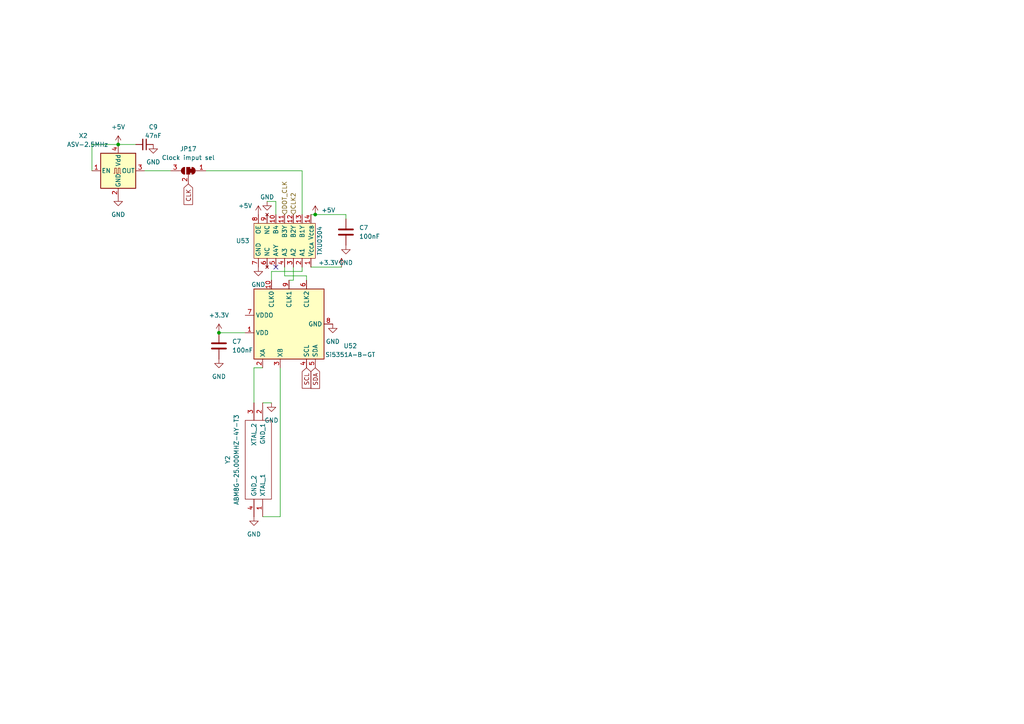
<source format=kicad_sch>
(kicad_sch (version 20230121) (generator eeschema)
  (paper "A4")
  (lib_symbols
    (symbol "Device:C" (pin_numbers hide) (pin_names (offset 0.254))
      (property "Reference" "C" (at 0.635 2.54 0))
      (property "Value" "C" (at 0.635 -2.54 0))
      (symbol "C_0_1"
        (polyline (pts (xy -2.032 -0.762) (xy 2.032 -0.762)) (stroke (width 0.508)))
        (polyline (pts (xy -2.032 0.762) (xy 2.032 0.762)) (stroke (width 0.508)))
      )
      (symbol "C_1_1"
        (pin passive line (at 0 3.81 270) (length 2.794) (name "~") (number "1"))
        (pin passive line (at 0 -3.81 90) (length 2.794) (name "~") (number "2"))
      )
    )
    (symbol "Device:C_Small" (pin_numbers hide) (pin_names (offset 0.254) hide)
      (property "Reference" "C" (at 0.254 1.778 0))
      (property "Value" "C_Small" (at 0.254 -2.032 0))
      (symbol "C_Small_0_1"
        (polyline (pts (xy -1.524 -0.508) (xy 1.524 -0.508)) (stroke (width 0.3302)))
        (polyline (pts (xy -1.524 0.508) (xy 1.524 0.508)) (stroke (width 0.3048)))
      )
      (symbol "C_Small_1_1"
        (pin passive line (at 0 2.54 270) (length 2.032) (name "~") (number "1"))
        (pin passive line (at 0 -2.54 90) (length 2.032) (name "~") (number "2"))
      )
    )
    (symbol "Jumper:SolderJumper_3_Bridged12" (pin_names (offset 0) hide)
      (property "Reference" "JP" (at -2.54 -2.54 0))
      (property "Value" "SolderJumper_3_Bridged12" (at 0 2.794 0))
      (symbol "SolderJumper_3_Bridged12_0_1"
        (rectangle (start -1.016 0.508) (end -0.508 -0.508) (fill (type outline)))
        (arc (start -1.016 1.016) (mid -2.0276 0) (end -1.016 -1.016))
        (arc (start -1.016 1.016) (mid -2.0276 0) (end -1.016 -1.016) (fill (type outline)))
        (rectangle (start -0.508 1.016) (end 0.508 -1.016) (fill (type outline)))
        (polyline (pts (xy -2.54 0) (xy -2.032 0)))
        (polyline (pts (xy -1.016 1.016) (xy -1.016 -1.016)))
        (polyline (pts (xy 0 -1.27) (xy 0 -1.016)))
        (polyline (pts (xy 1.016 1.016) (xy 1.016 -1.016)))
        (polyline (pts (xy 2.54 0) (xy 2.032 0)))
        (arc (start 1.016 -1.016) (mid 2.0276 0) (end 1.016 1.016))
        (arc (start 1.016 -1.016) (mid 2.0276 0) (end 1.016 1.016) (fill (type outline)))
      )
      (symbol "SolderJumper_3_Bridged12_1_1"
        (pin passive line (at -5.08 0 0) (length 2.54) (name "A") (number "1"))
        (pin passive line (at 0 -3.81 90) (length 2.54) (name "C") (number "2"))
        (pin passive line (at 5.08 0 180) (length 2.54) (name "B") (number "3"))
      )
    )
    (symbol "New_Library:TXU0304"
      (property "Reference" "U" (at 0 10.795 0))
      (symbol "TXU0304_1_1"
        (rectangle (start -5.08 8.89) (end 5.08 -8.89) (fill (type background)))
        (pin power_in line (at -7.62 7.62 0) (length 2.54) (name "V_{CCA}") (number "1"))
        (pin input line (at 7.62 -2.54 180) (length 2.54) (name "B4") (number "10"))
        (pin output line (at 7.62 0 180) (length 2.54) (name "B3Y") (number "11"))
        (pin output line (at 7.62 2.54 180) (length 2.54) (name "B2Y") (number "12"))
        (pin output line (at 7.62 5.08 180) (length 2.54) (name "B1Y") (number "13"))
        (pin power_in line (at 7.62 7.62 180) (length 2.54) (name "V_{CCB}") (number "14"))
        (pin input line (at -7.62 5.08 0) (length 2.54) (name "A1") (number "2"))
        (pin input line (at -7.62 2.54 0) (length 2.54) (name "A2") (number "3"))
        (pin input line (at -7.62 0 0) (length 2.54) (name "A3") (number "4"))
        (pin output line (at -7.62 -2.54 0) (length 2.54) (name "A4Y") (number "5"))
        (pin no_connect line (at -7.62 -5.08 0) (length 2.54) (name "NC") (number "6"))
        (pin power_in line (at -7.62 -7.62 0) (length 2.54) (name "GND") (number "7"))
        (pin input line (at 7.62 -7.62 180) (length 2.54) (name "OE") (number "8"))
        (pin no_connect line (at 7.62 -5.08 180) (length 2.54) (name "NC") (number "9"))
      )
    )
    (symbol "Oscillator:ASV-xxxMHz" (pin_names (offset 0.254))
      (property "Reference" "X" (at -5.08 6.35 0))
      (property "Value" "ASV-xxxMHz" (at 1.27 -6.35 0))
      (symbol "ASV-xxxMHz_0_1"
        (rectangle (start -5.08 5.08) (end 5.08 -5.08) (stroke (width 0.254)) (fill (type background)))
        (polyline (pts (xy -1.27 -0.762) (xy -1.016 -0.762) (xy -1.016 0.762) (xy -0.508 0.762) (xy -0.508 -0.762) (xy 0 -0.762) (xy 0 0.762) (xy 0.508 0.762) (xy 0.508 -0.762) (xy 0.762 -0.762)))
      )
      (symbol "ASV-xxxMHz_1_1"
        (pin input line (at -7.62 0 0) (length 2.54) (name "EN") (number "1"))
        (pin power_in line (at 0 -7.62 90) (length 2.54) (name "GND") (number "2"))
        (pin output line (at 7.62 0 180) (length 2.54) (name "OUT") (number "3"))
        (pin power_in line (at 0 7.62 270) (length 2.54) (name "Vdd") (number "4"))
      )
    )
    (symbol "Oscillator:Si5351A-B-GT"
      (property "Reference" "U" (at -8.89 11.43 0))
      (property "Value" "Si5351A-B-GT" (at -12.7 -12.7 0))
      (symbol "Si5351A-B-GT_0_1"
        (rectangle (start -10.16 10.16) (end 10.16 -10.16) (stroke (width 0.254)) (fill (type background)))
      )
      (symbol "Si5351A-B-GT_1_1"
        (pin power_in line (at -2.54 12.7 270) (length 2.54) (name "VDD") (number "1"))
        (pin output line (at 12.7 5.08 180) (length 2.54) (name "CLK0") (number "10"))
        (pin input line (at -12.7 7.62 0) (length 2.54) (name "XA") (number "2"))
        (pin input line (at -12.7 2.54 0) (length 2.54) (name "XB") (number "3"))
        (pin input line (at -12.7 -5.08 0) (length 2.54) (name "SCL") (number "4"))
        (pin bidirectional line (at -12.7 -7.62 0) (length 2.54) (name "SDA") (number "5"))
        (pin output line (at 12.7 -5.08 180) (length 2.54) (name "CLK2") (number "6"))
        (pin power_in line (at 2.54 12.7 270) (length 2.54) (name "VDDO") (number "7"))
        (pin power_in line (at 0 -12.7 90) (length 2.54) (name "GND") (number "8"))
        (pin output line (at 12.7 0 180) (length 2.54) (name "CLK1") (number "9"))
      )
    )
    (symbol "SamacSys_Parts:ABM8G-25.000MHZ-4Y-T3" (pin_names (offset 0.762))
      (property "Reference" "Y" (at 29.21 7.62 0))
      (property "Value" "ABM8G-25.000MHZ-4Y-T3" (at 29.21 5.08 0))
      (symbol "ABM8G-25.000MHZ-4Y-T3_0_0"
        (pin passive line (at 0 -2.54 0) (length 5.08) (name "XTAL_1") (number "1"))
        (pin passive line (at 33.02 -2.54 180) (length 5.08) (name "GND_1") (number "2"))
        (pin passive line (at 33.02 0 180) (length 5.08) (name "XTAL_2") (number "3"))
        (pin passive line (at 0 0 0) (length 5.08) (name "GND_2") (number "4"))
      )
      (symbol "ABM8G-25.000MHZ-4Y-T3_0_1"
        (polyline (pts (xy 5.08 2.54) (xy 27.94 2.54) (xy 27.94 -5.08) (xy 5.08 -5.08) (xy 5.08 2.54)) (stroke (width 0.1524)))
      )
    )
    (symbol "power:+3.3V" (power) (pin_names (offset 0))
      (property "Value" "+3.3V" (at 0 3.556 0))
      (symbol "+3.3V_0_1"
        (polyline (pts (xy -0.762 1.27) (xy 0 2.54)))
        (polyline (pts (xy 0 0) (xy 0 2.54)))
        (polyline (pts (xy 0 2.54) (xy 0.762 1.27)))
      )
      (symbol "+3.3V_1_1"
        (pin power_in line (at 0 0 90) (length 0) hide (name "+3.3V") (number "1"))
      )
    )
    (symbol "power:+5V" (power) (pin_names (offset 0))
      (property "Value" "+5V" (at 0 3.556 0))
      (symbol "+5V_0_1"
        (polyline (pts (xy -0.762 1.27) (xy 0 2.54)))
        (polyline (pts (xy 0 0) (xy 0 2.54)))
        (polyline (pts (xy 0 2.54) (xy 0.762 1.27)))
      )
      (symbol "+5V_1_1"
        (pin power_in line (at 0 0 90) (length 0) hide (name "+5V") (number "1"))
      )
    )
    (symbol "power:GND" (power) (pin_names (offset 0))
      (property "Value" "GND" (at 0 -3.81 0))
      (symbol "GND_0_1"
        (polyline (pts (xy 0 0) (xy 0 -1.27) (xy 1.27 -1.27) (xy 0 -2.54) (xy -1.27 -1.27) (xy 0 -1.27)))
      )
      (symbol "GND_1_1"
        (pin power_in line (at 0 0 270) (length 0) hide (name "GND") (number "1"))
      )
    )
  )
  (junction (at 91.44 62.23))
  (junction (at 63.5 96.52))
  (junction (at 34.29 41.91))
  (no_connect (at 80.01 77.47))
  (wire (pts (xy 41.91 49.53) (xy 49.53 49.53)))
  (wire (pts (xy 73.66 106.68) (xy 76.2 106.68)))
  (wire (pts (xy 34.29 41.91) (xy 39.37 41.91)))
  (wire (pts (xy 100.33 62.23) (xy 91.44 62.23)))
  (wire (pts (xy 73.66 116.84) (xy 73.66 106.68)))
  (wire (pts (xy 26.67 49.53) (xy 26.67 41.91)))
  (wire (pts (xy 76.2 116.84) (xy 78.74 116.84)))
  (wire (pts (xy 88.9 81.28) (xy 88.9 80.01)))
  (wire (pts (xy 80.01 58.42) (xy 77.47 58.42)))
  (wire (pts (xy 76.2 149.86) (xy 81.28 149.86)))
  (wire (pts (xy 82.55 80.01) (xy 82.55 77.47)))
  (wire (pts (xy 85.09 77.47) (xy 85.09 81.28)))
  (wire (pts (xy 90.17 62.23) (xy 91.44 62.23)))
  (wire (pts (xy 26.67 41.91) (xy 34.29 41.91)))
  (wire (pts (xy 100.33 62.23) (xy 100.33 63.5)))
  (wire (pts (xy 78.74 78.74) (xy 87.63 78.74)))
  (wire (pts (xy 63.5 96.52) (xy 71.12 96.52)))
  (wire (pts (xy 78.74 78.74) (xy 78.74 81.28)))
  (wire (pts (xy 80.01 58.42) (xy 80.01 62.23)))
  (wire (pts (xy 87.63 49.53) (xy 87.63 62.23)))
  (wire (pts (xy 85.09 81.28) (xy 83.82 81.28)))
  (wire (pts (xy 59.69 49.53) (xy 87.63 49.53)))
  (wire (pts (xy 90.17 77.47) (xy 99.06 77.47)))
  (wire (pts (xy 87.63 78.74) (xy 87.63 77.47)))
  (wire (pts (xy 88.9 80.01) (xy 82.55 80.01)))
  (wire (pts (xy 81.28 149.86) (xy 81.28 106.68)))
  (global_label "CLK" (shape input) (at 54.61 53.34 270) (property "Intersheetrefs" "${INTERSHEET_REFS}" (effects hide)))
  (global_label "SDA" (shape input) (at 91.44 106.68 270) (property "Intersheetrefs" "${INTERSHEET_REFS}" (effects hide)))
  (global_label "SCL" (shape input) (at 88.9 106.68 270) (property "Intersheetrefs" "${INTERSHEET_REFS}" (effects hide)))
  (hierarchical_label "CLK2" (shape input) (at 85.09 62.23 90))
  (hierarchical_label "DOT_CLK" (shape input) (at 82.55 62.23 90))
  (symbol (lib_id "power:GND") (at 44.45 41.91 0) (mirror y) (unit 1)
    (property "Reference" "#PWR0128" (effects hide))
    (property "Value" "GND" (at 44.45 46.99 0))
    (instances (project "Micro" (path "" (reference "#PWR0128") (unit 1)) (path "" (reference "#PWR0146") (unit 1)) (path "" (reference "#PWR0170") (unit 1)) (path "" (reference "#PWR0118") (unit 1))))
  )
  (symbol (lib_id "Oscillator:Si5351A-B-GT") (at 83.82 93.98 90) (unit 1)
    (property "Reference" "U52" (at 101.6 100.33 90))
    (property "Value" "Si5351A-B-GT" (at 101.6 102.87 90))
    (property "Footprint" "Package_SO:MSOP-10_3x3mm_P0.5mm" (effects hide))
    (property "Datasheet" "https://www.silabs.com/documents/public/data-sheets/Si5351-B.pdf" (effects hide))
  )
  (symbol (lib_id "power:+5V") (at 34.29 41.91 0) (unit 1)
    (property "Reference" "#PWR0118" (effects hide))
    (property "Value" "+5V" (at 34.29 36.83 0))
    (instances (project "Micro" (path "" (reference "#PWR0118") (unit 1)) (path "" (reference "#PWR088") (unit 1))))
  )
  (symbol (lib_id "power:+3.3V") (at 99.06 77.47 0) (unit 1)
    (property "Reference" "#PWR0124" (effects hide))
    (property "Value" "+3.3V" (at 95.25 76.2 0))
  )
  (symbol (lib_id "power:GND") (at 100.33 71.12 0) (unit 1)
    (property "Reference" "#PWR0182" (effects hide))
    (property "Value" "GND" (at 100.33 76.2 0))
  )
  (symbol (lib_id "Jumper:SolderJumper_3_Bridged12") (at 54.61 49.53 0) (mirror y) (unit 1)
    (property "Reference" "JP17" (at 54.61 43.18 0))
    (property "Value" "Clock imput sel" (at 54.61 45.72 0))
    (property "Footprint" "Jumper:SolderJumper-3_P1.3mm_Bridged12_RoundedPad1.0x1.5mm_NumberLabels" (effects hide))
    (instances (project "Micro" (path "" (reference "JP17") (unit 1)) (path "" (reference "JP18") (unit 1))))
  )
  (symbol (lib_id "power:GND") (at 73.66 149.86 0) (unit 1)
    (property "Reference" "#PWR0218" (effects hide))
    (property "Value" "GND" (at 73.66 154.94 0))
  )
  (symbol (lib_id "power:+5V") (at 91.44 62.23 0) (unit 1)
    (property "Reference" "#PWR0215" (effects hide))
    (property "Value" "+5V" (at 95.25 60.96 0))
  )
  (symbol (lib_id "Device:C") (at 100.33 67.31 180) (unit 1)
    (property "Reference" "C7" (at 104.14 66.04 0) (effects (justify right)))
    (property "Value" "100nF" (at 104.14 68.58 0) (effects (justify right)))
    (property "Footprint" "Capacitor_SMD:C_0603_1608Metric_Pad1.08x0.95mm_HandSolder" (effects hide))
    (instances (project "Micro" (path "" (reference "C7") (unit 1)) (path "" (reference "C48") (unit 1)) (path "" (reference "C48") (unit 1))))
  )
  (symbol (lib_id "Device:C_Small") (at 41.91 41.91 270) (mirror x) (unit 1)
    (property "Reference" "C9" (at 44.45 36.83 90))
    (property "Value" "47nF" (at 44.45 39.37 90))
    (property "Footprint" "Capacitor_SMD:C_0603_1608Metric_Pad1.08x0.95mm_HandSolder" (effects hide))
    (instances (project "Micro" (path "" (reference "C9") (unit 1)) (path "" (reference "C27") (unit 1)) (path "" (reference "C48") (unit 1)) (path "" (reference "C45") (unit 1))))
  )
  (symbol (lib_id "power:GND") (at 63.5 104.14 0) (unit 1)
    (property "Reference" "#PWR0233" (effects hide))
    (property "Value" "GND" (at 63.5 109.22 0))
  )
  (symbol (lib_id "power:GND") (at 96.52 93.98 0) (unit 1)
    (property "Reference" "#PWR0164" (effects hide))
    (property "Value" "GND" (at 96.52 99.06 0))
  )
  (symbol (lib_id "power:+5V") (at 74.93 62.23 0) (unit 1)
    (property "Reference" "#PWR0212" (effects hide))
    (property "Value" "+5V" (at 71.12 59.69 0))
  )
  (symbol (lib_id "SamacSys_Parts:ABM8G-25.000MHZ-4Y-T3") (at 73.66 149.86 90) (unit 1)
    (property "Reference" "Y2" (at 66.04 133.35 0))
    (property "Value" "ABM8G-25.000MHZ-4Y-T3" (at 68.58 133.35 0))
    (property "Footprint" "Crystal:Crystal_SMD_Abracon_ABM8G-4Pin_3.2x2.5mm" (effects hide))
    (property "Datasheet" "https://abracon.com/Resonators/ABM8G.pdf" (effects hide))
    (property "Description" "Abracon 25MHz Crystal Unit +/-30ppm SMD 4-Pin 3.2 x 2.5 x 1mm" (effects hide))
    (property "Height" "1" (effects hide))
    (property "Mouser Part Number" "815-ABM8G-25-4YT3" (effects hide))
    (property "Mouser Price/Stock" "https://www.mouser.co.uk/ProductDetail/ABRACON/ABM8G-25.000MHZ-4Y-T3?qs=hxOQwdLlgeoFIRxLRcvgsA%3D%3D" (effects hide))
    (property "Manufacturer_Name" "ABRACON" (effects hide))
    (property "Manufacturer_Part_Number" "ABM8G-25.000MHZ-4Y-T3" (effects hide))
  )
  (symbol (lib_id "Device:C") (at 63.5 100.33 180) (unit 1)
    (property "Reference" "C7" (at 67.31 99.06 0) (effects (justify right)))
    (property "Value" "100nF" (at 67.31 101.6 0) (effects (justify right)))
    (property "Footprint" "Capacitor_SMD:C_0603_1608Metric_Pad1.08x0.95mm_HandSolder" (effects hide))
    (instances (project "Micro" (path "" (reference "C7") (unit 1)) (path "" (reference "C48") (unit 1)) (path "" (reference "C64") (unit 1))))
  )
  (symbol (lib_id "power:GND") (at 77.47 58.42 0) (unit 1)
    (property "Reference" "#PWR0214" (effects hide))
    (property "Value" "GND" (at 77.47 57.15 0))
  )
  (symbol (lib_id "power:+3.3V") (at 63.5 96.52 0) (unit 1)
    (property "Reference" "#PWR0170" (effects hide))
    (property "Value" "+3.3V" (at 63.5 91.44 0))
  )
  (symbol (lib_id "power:GND") (at 78.74 116.84 0) (unit 1)
    (property "Reference" "#PWR0217" (effects hide))
    (property "Value" "GND" (at 78.74 121.92 0))
  )
  (symbol (lib_id "power:GND") (at 74.93 77.47 0) (unit 1)
    (property "Reference" "#PWR0180" (effects hide))
    (property "Value" "GND" (at 74.93 82.55 0))
  )
  (symbol (lib_id "Oscillator:ASV-xxxMHz") (at 34.29 49.53 0) (unit 1)
    (property "Reference" "X2" (at 24.13 39.37 0))
    (property "Value" "ASV-2.5MHz" (at 25.4 41.91 0))
    (property "Footprint" "Oscillator:Oscillator_SMD_Abracon_ASV-4Pin_7.0x5.1mm_HandSoldering" (effects hide))
    (property "Datasheet" "http://www.abracon.com/Oscillators/ASV.pdf" (effects hide))
    (instances (project "Micro" (path "" (reference "X2") (unit 1)) (path "" (reference "X1") (unit 1))))
  )
  (symbol (lib_id "New_Library:TXU0304") (at 82.55 69.85 270) (mirror x) (unit 1)
    (property "Reference" "U53" (at 72.39 69.85 90) (effects (justify right)))
    (property "Value" "TXU0304" (at 92.71 69.85 0))
    (property "Footprint" "Package_SO:TSSOP-14_4.4x5mm_P0.65mm" (effects hide))
  )
  (symbol (lib_id "power:GND") (at 34.29 57.15 0) (unit 1)
    (property "Reference" "#PWR0185" (effects hide))
    (property "Value" "GND" (at 34.29 62.23 0))
    (instances (project "Micro" (path "" (reference "#PWR0185") (unit 1)) (path "" (reference "#PWR089") (unit 1))))
  )
)
</source>
